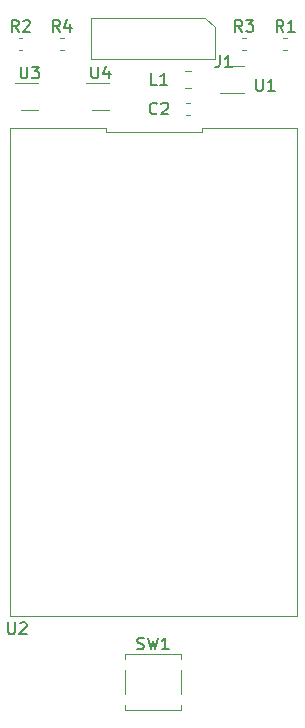
<source format=gbr>
G04 #@! TF.GenerationSoftware,KiCad,Pcbnew,(5.1.5-0-10_14)*
G04 #@! TF.CreationDate,2021-06-02T09:42:11-04:00*
G04 #@! TF.ProjectId,ESLO_RB2_DataDump,45534c4f-5f52-4423-925f-446174614475,rev?*
G04 #@! TF.SameCoordinates,Original*
G04 #@! TF.FileFunction,Legend,Top*
G04 #@! TF.FilePolarity,Positive*
%FSLAX46Y46*%
G04 Gerber Fmt 4.6, Leading zero omitted, Abs format (unit mm)*
G04 Created by KiCad (PCBNEW (5.1.5-0-10_14)) date 2021-06-02 09:42:11*
%MOMM*%
%LPD*%
G04 APERTURE LIST*
%ADD10C,0.120000*%
%ADD11C,0.150000*%
G04 APERTURE END LIST*
D10*
X125350000Y-77110000D02*
X126750000Y-77110000D01*
X126750000Y-74790000D02*
X124850000Y-74790000D01*
X119350000Y-77110000D02*
X120750000Y-77110000D01*
X120750000Y-74790000D02*
X118850000Y-74790000D01*
X126506667Y-78580000D02*
X118400001Y-78580000D01*
X126506667Y-78940000D02*
X126506667Y-78580000D01*
X134613333Y-78940000D02*
X126506667Y-78940000D01*
X134613333Y-78580000D02*
X134613333Y-78940000D01*
X142720000Y-78580000D02*
X134613333Y-78580000D01*
X142719999Y-119880000D02*
X142720000Y-78580000D01*
X118400000Y-119880000D02*
X142719999Y-119880000D01*
X118400001Y-78580000D02*
X118400000Y-119880000D01*
X136175000Y-75610000D02*
X138175000Y-75610000D01*
X137175000Y-73390000D02*
X138175000Y-73390000D01*
X128130000Y-126530000D02*
X128130000Y-124470000D01*
X132870000Y-126530000D02*
X132870000Y-124470000D01*
X132870000Y-127870000D02*
X132870000Y-127470000D01*
X128130000Y-127870000D02*
X132870000Y-127870000D01*
X128130000Y-127870000D02*
X128130000Y-127470000D01*
X132870000Y-123130000D02*
X132870000Y-123530000D01*
X128130000Y-123130000D02*
X128130000Y-123530000D01*
X128130000Y-123130000D02*
X132870000Y-123130000D01*
X122624721Y-72010000D02*
X122950279Y-72010000D01*
X122624721Y-70990000D02*
X122950279Y-70990000D01*
X138375279Y-70990000D02*
X138049721Y-70990000D01*
X138375279Y-72010000D02*
X138049721Y-72010000D01*
X119124721Y-72010000D02*
X119450279Y-72010000D01*
X119124721Y-70990000D02*
X119450279Y-70990000D01*
X141875279Y-70990000D02*
X141549721Y-70990000D01*
X141875279Y-72010000D02*
X141549721Y-72010000D01*
X133758578Y-73790000D02*
X133241422Y-73790000D01*
X133758578Y-75210000D02*
X133241422Y-75210000D01*
X125255000Y-69250000D02*
X134945000Y-69250000D01*
X125255000Y-72750000D02*
X125255000Y-69250000D01*
X135745000Y-72750000D02*
X125255000Y-72750000D01*
X135745000Y-70050000D02*
X135745000Y-72750000D01*
X134945000Y-69250000D02*
X135745000Y-70050000D01*
X133324721Y-77510000D02*
X133650279Y-77510000D01*
X133324721Y-76490000D02*
X133650279Y-76490000D01*
D11*
X125288095Y-73402380D02*
X125288095Y-74211904D01*
X125335714Y-74307142D01*
X125383333Y-74354761D01*
X125478571Y-74402380D01*
X125669047Y-74402380D01*
X125764285Y-74354761D01*
X125811904Y-74307142D01*
X125859523Y-74211904D01*
X125859523Y-73402380D01*
X126764285Y-73735714D02*
X126764285Y-74402380D01*
X126526190Y-73354761D02*
X126288095Y-74069047D01*
X126907142Y-74069047D01*
X119288095Y-73402380D02*
X119288095Y-74211904D01*
X119335714Y-74307142D01*
X119383333Y-74354761D01*
X119478571Y-74402380D01*
X119669047Y-74402380D01*
X119764285Y-74354761D01*
X119811904Y-74307142D01*
X119859523Y-74211904D01*
X119859523Y-73402380D01*
X120240476Y-73402380D02*
X120859523Y-73402380D01*
X120526190Y-73783333D01*
X120669047Y-73783333D01*
X120764285Y-73830952D01*
X120811904Y-73878571D01*
X120859523Y-73973809D01*
X120859523Y-74211904D01*
X120811904Y-74307142D01*
X120764285Y-74354761D01*
X120669047Y-74402380D01*
X120383333Y-74402380D01*
X120288095Y-74354761D01*
X120240476Y-74307142D01*
X118238095Y-120452380D02*
X118238095Y-121261904D01*
X118285714Y-121357142D01*
X118333333Y-121404761D01*
X118428571Y-121452380D01*
X118619047Y-121452380D01*
X118714285Y-121404761D01*
X118761904Y-121357142D01*
X118809523Y-121261904D01*
X118809523Y-120452380D01*
X119238095Y-120547619D02*
X119285714Y-120500000D01*
X119380952Y-120452380D01*
X119619047Y-120452380D01*
X119714285Y-120500000D01*
X119761904Y-120547619D01*
X119809523Y-120642857D01*
X119809523Y-120738095D01*
X119761904Y-120880952D01*
X119190476Y-121452380D01*
X119809523Y-121452380D01*
X139238095Y-74452380D02*
X139238095Y-75261904D01*
X139285714Y-75357142D01*
X139333333Y-75404761D01*
X139428571Y-75452380D01*
X139619047Y-75452380D01*
X139714285Y-75404761D01*
X139761904Y-75357142D01*
X139809523Y-75261904D01*
X139809523Y-74452380D01*
X140809523Y-75452380D02*
X140238095Y-75452380D01*
X140523809Y-75452380D02*
X140523809Y-74452380D01*
X140428571Y-74595238D01*
X140333333Y-74690476D01*
X140238095Y-74738095D01*
X129166666Y-122704761D02*
X129309523Y-122752380D01*
X129547619Y-122752380D01*
X129642857Y-122704761D01*
X129690476Y-122657142D01*
X129738095Y-122561904D01*
X129738095Y-122466666D01*
X129690476Y-122371428D01*
X129642857Y-122323809D01*
X129547619Y-122276190D01*
X129357142Y-122228571D01*
X129261904Y-122180952D01*
X129214285Y-122133333D01*
X129166666Y-122038095D01*
X129166666Y-121942857D01*
X129214285Y-121847619D01*
X129261904Y-121800000D01*
X129357142Y-121752380D01*
X129595238Y-121752380D01*
X129738095Y-121800000D01*
X130071428Y-121752380D02*
X130309523Y-122752380D01*
X130500000Y-122038095D01*
X130690476Y-122752380D01*
X130928571Y-121752380D01*
X131833333Y-122752380D02*
X131261904Y-122752380D01*
X131547619Y-122752380D02*
X131547619Y-121752380D01*
X131452380Y-121895238D01*
X131357142Y-121990476D01*
X131261904Y-122038095D01*
X122620833Y-70452380D02*
X122287500Y-69976190D01*
X122049404Y-70452380D02*
X122049404Y-69452380D01*
X122430357Y-69452380D01*
X122525595Y-69500000D01*
X122573214Y-69547619D01*
X122620833Y-69642857D01*
X122620833Y-69785714D01*
X122573214Y-69880952D01*
X122525595Y-69928571D01*
X122430357Y-69976190D01*
X122049404Y-69976190D01*
X123477976Y-69785714D02*
X123477976Y-70452380D01*
X123239880Y-69404761D02*
X123001785Y-70119047D01*
X123620833Y-70119047D01*
X138045833Y-70452380D02*
X137712500Y-69976190D01*
X137474404Y-70452380D02*
X137474404Y-69452380D01*
X137855357Y-69452380D01*
X137950595Y-69500000D01*
X137998214Y-69547619D01*
X138045833Y-69642857D01*
X138045833Y-69785714D01*
X137998214Y-69880952D01*
X137950595Y-69928571D01*
X137855357Y-69976190D01*
X137474404Y-69976190D01*
X138379166Y-69452380D02*
X138998214Y-69452380D01*
X138664880Y-69833333D01*
X138807738Y-69833333D01*
X138902976Y-69880952D01*
X138950595Y-69928571D01*
X138998214Y-70023809D01*
X138998214Y-70261904D01*
X138950595Y-70357142D01*
X138902976Y-70404761D01*
X138807738Y-70452380D01*
X138522023Y-70452380D01*
X138426785Y-70404761D01*
X138379166Y-70357142D01*
X119120833Y-70452380D02*
X118787500Y-69976190D01*
X118549404Y-70452380D02*
X118549404Y-69452380D01*
X118930357Y-69452380D01*
X119025595Y-69500000D01*
X119073214Y-69547619D01*
X119120833Y-69642857D01*
X119120833Y-69785714D01*
X119073214Y-69880952D01*
X119025595Y-69928571D01*
X118930357Y-69976190D01*
X118549404Y-69976190D01*
X119501785Y-69547619D02*
X119549404Y-69500000D01*
X119644642Y-69452380D01*
X119882738Y-69452380D01*
X119977976Y-69500000D01*
X120025595Y-69547619D01*
X120073214Y-69642857D01*
X120073214Y-69738095D01*
X120025595Y-69880952D01*
X119454166Y-70452380D01*
X120073214Y-70452380D01*
X141545833Y-70452380D02*
X141212500Y-69976190D01*
X140974404Y-70452380D02*
X140974404Y-69452380D01*
X141355357Y-69452380D01*
X141450595Y-69500000D01*
X141498214Y-69547619D01*
X141545833Y-69642857D01*
X141545833Y-69785714D01*
X141498214Y-69880952D01*
X141450595Y-69928571D01*
X141355357Y-69976190D01*
X140974404Y-69976190D01*
X142498214Y-70452380D02*
X141926785Y-70452380D01*
X142212500Y-70452380D02*
X142212500Y-69452380D01*
X142117261Y-69595238D01*
X142022023Y-69690476D01*
X141926785Y-69738095D01*
X130833333Y-74952380D02*
X130357142Y-74952380D01*
X130357142Y-73952380D01*
X131690476Y-74952380D02*
X131119047Y-74952380D01*
X131404761Y-74952380D02*
X131404761Y-73952380D01*
X131309523Y-74095238D01*
X131214285Y-74190476D01*
X131119047Y-74238095D01*
X136166666Y-72452380D02*
X136166666Y-73166666D01*
X136119047Y-73309523D01*
X136023809Y-73404761D01*
X135880952Y-73452380D01*
X135785714Y-73452380D01*
X137166666Y-73452380D02*
X136595238Y-73452380D01*
X136880952Y-73452380D02*
X136880952Y-72452380D01*
X136785714Y-72595238D01*
X136690476Y-72690476D01*
X136595238Y-72738095D01*
X130833333Y-77357142D02*
X130785714Y-77404761D01*
X130642857Y-77452380D01*
X130547619Y-77452380D01*
X130404761Y-77404761D01*
X130309523Y-77309523D01*
X130261904Y-77214285D01*
X130214285Y-77023809D01*
X130214285Y-76880952D01*
X130261904Y-76690476D01*
X130309523Y-76595238D01*
X130404761Y-76500000D01*
X130547619Y-76452380D01*
X130642857Y-76452380D01*
X130785714Y-76500000D01*
X130833333Y-76547619D01*
X131214285Y-76547619D02*
X131261904Y-76500000D01*
X131357142Y-76452380D01*
X131595238Y-76452380D01*
X131690476Y-76500000D01*
X131738095Y-76547619D01*
X131785714Y-76642857D01*
X131785714Y-76738095D01*
X131738095Y-76880952D01*
X131166666Y-77452380D01*
X131785714Y-77452380D01*
M02*

</source>
